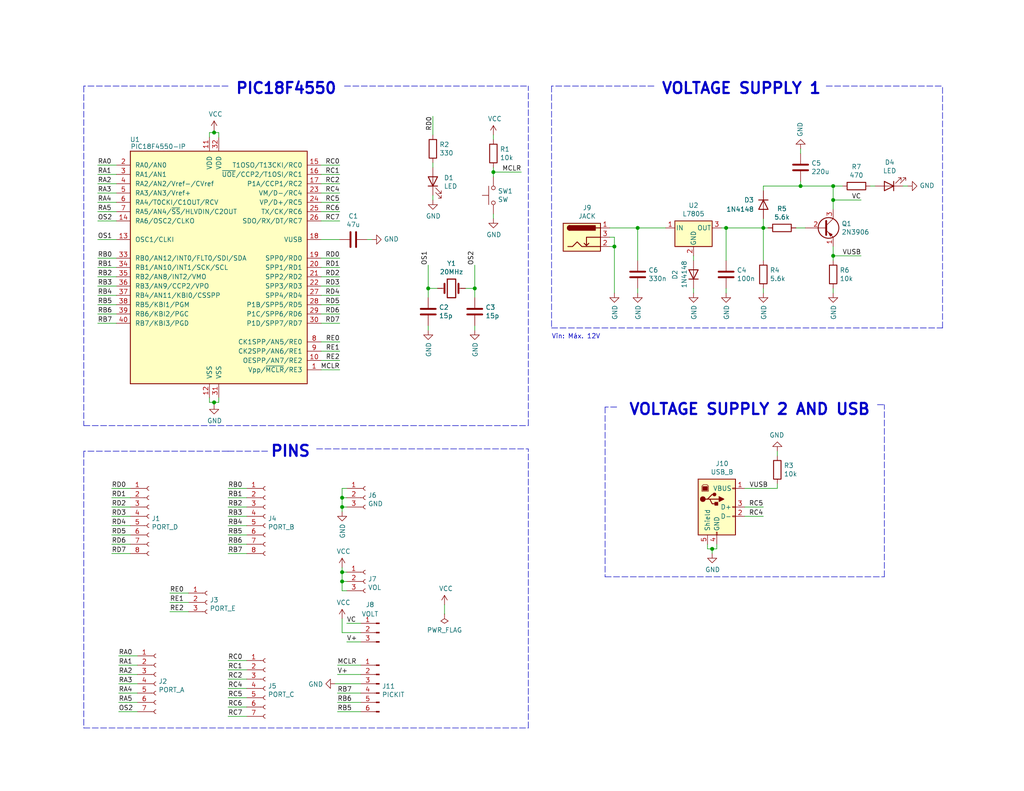
<source format=kicad_sch>
(kicad_sch (version 20211123) (generator eeschema)
  (paper "USLetter")
  (title_block (title "PIC18F4550") (date "2021-03-28") (rev "1.0") (company "Cristóbal Cuevas Lagos") (comment 1 "Programmer for PIC18F4550"))
  (lib_symbols
    (symbol "Connector:Barrel_Jack_Switch" (pin_names hide)
      (property "Reference" "J" (at 0 5.334 0))
      (property "Value" "Barrel_Jack_Switch" (at 0 -5.08 0))
      (symbol "Barrel_Jack_Switch_0_1"
        (rectangle (start -5.08 3.81) (end 5.08 -3.81) (stroke (width 0.254)) (fill (type background)))
        (arc (start -3.302 3.175) (mid -3.937 2.54) (end -3.302 1.905) (stroke (width 0.254)))
        (arc (start -3.302 3.175) (mid -3.937 2.54) (end -3.302 1.905) (stroke (width 0.254)) (fill (type outline)))
        (polyline (pts (xy 1.27 -2.286) (xy 1.905 -1.651)) (stroke (width 0.254)))
        (polyline (pts (xy 5.08 2.54) (xy 3.81 2.54)) (stroke (width 0.254)))
        (polyline (pts (xy 5.08 0) (xy 1.27 0) (xy 1.27 -2.286) (xy 0.635 -1.651)) (stroke (width 0.254)))
        (polyline (pts (xy -3.81 -2.54) (xy -2.54 -2.54) (xy -1.27 -1.27) (xy 0 -2.54) (xy 2.54 -2.54) (xy 5.08 -2.54)) (stroke (width 0.254)))
        (rectangle (start 3.683 3.175) (end -3.302 1.905) (stroke (width 0.254)) (fill (type outline)))
      )
      (symbol "Barrel_Jack_Switch_1_1"
        (pin passive line (at 7.62 2.54 180) (length 2.54) (name "~") (number "1"))
        (pin passive line (at 7.62 -2.54 180) (length 2.54) (name "~") (number "2"))
        (pin passive line (at 7.62 0 180) (length 2.54) (name "~") (number "3"))
      )
    )
    (symbol "Connector:Conn_01x03_Female" (pin_names (offset 1.016) hide)
      (property "Reference" "J" (at 0 5.08 0))
      (property "Value" "Conn_01x03_Female" (at 0 -5.08 0))
      (symbol "Conn_01x03_Female_1_1"
        (arc (start 0 -2.032) (mid -0.508 -2.54) (end 0 -3.048) (stroke (width 0.1524)))
        (polyline (pts (xy -1.27 -2.54) (xy -0.508 -2.54)) (stroke (width 0.1524)))
        (polyline (pts (xy -1.27 0) (xy -0.508 0)) (stroke (width 0.1524)))
        (polyline (pts (xy -1.27 2.54) (xy -0.508 2.54)) (stroke (width 0.1524)))
        (arc (start 0 0.508) (mid -0.508 0) (end 0 -0.508) (stroke (width 0.1524)))
        (arc (start 0 3.048) (mid -0.508 2.54) (end 0 2.032) (stroke (width 0.1524)))
        (pin passive line (at -5.08 2.54 0) (length 3.81) (name "Pin_1") (number "1"))
        (pin passive line (at -5.08 0 0) (length 3.81) (name "Pin_2") (number "2"))
        (pin passive line (at -5.08 -2.54 0) (length 3.81) (name "Pin_3") (number "3"))
      )
    )
    (symbol "Connector:Conn_01x03_Male" (pin_names (offset 1.016) hide)
      (property "Reference" "J" (at 0 5.08 0))
      (property "Value" "Conn_01x03_Male" (at 0 -5.08 0))
      (symbol "Conn_01x03_Male_1_1"
        (polyline (pts (xy 1.27 -2.54) (xy 0.8636 -2.54)) (stroke (width 0.1524)))
        (polyline (pts (xy 1.27 0) (xy 0.8636 0)) (stroke (width 0.1524)))
        (polyline (pts (xy 1.27 2.54) (xy 0.8636 2.54)) (stroke (width 0.1524)))
        (rectangle (start 0.8636 -2.413) (end 0 -2.667) (stroke (width 0.1524)) (fill (type outline)))
        (rectangle (start 0.8636 0.127) (end 0 -0.127) (stroke (width 0.1524)) (fill (type outline)))
        (rectangle (start 0.8636 2.667) (end 0 2.413) (stroke (width 0.1524)) (fill (type outline)))
        (pin passive line (at 5.08 2.54 180) (length 3.81) (name "Pin_1") (number "1"))
        (pin passive line (at 5.08 0 180) (length 3.81) (name "Pin_2") (number "2"))
        (pin passive line (at 5.08 -2.54 180) (length 3.81) (name "Pin_3") (number "3"))
      )
    )
    (symbol "Connector:Conn_01x06_Male" (pin_names (offset 1.016) hide)
      (property "Reference" "J" (at 0 7.62 0))
      (property "Value" "Conn_01x06_Male" (at 0 -10.16 0))
      (symbol "Conn_01x06_Male_1_1"
        (polyline (pts (xy 1.27 -7.62) (xy 0.8636 -7.62)) (stroke (width 0.1524)))
        (polyline (pts (xy 1.27 -5.08) (xy 0.8636 -5.08)) (stroke (width 0.1524)))
        (polyline (pts (xy 1.27 -2.54) (xy 0.8636 -2.54)) (stroke (width 0.1524)))
        (polyline (pts (xy 1.27 0) (xy 0.8636 0)) (stroke (width 0.1524)))
        (polyline (pts (xy 1.27 2.54) (xy 0.8636 2.54)) (stroke (width 0.1524)))
        (polyline (pts (xy 1.27 5.08) (xy 0.8636 5.08)) (stroke (width 0.1524)))
        (rectangle (start 0.8636 -7.493) (end 0 -7.747) (stroke (width 0.1524)) (fill (type outline)))
        (rectangle (start 0.8636 -4.953) (end 0 -5.207) (stroke (width 0.1524)) (fill (type outline)))
        (rectangle (start 0.8636 -2.413) (end 0 -2.667) (stroke (width 0.1524)) (fill (type outline)))
        (rectangle (start 0.8636 0.127) (end 0 -0.127) (stroke (width 0.1524)) (fill (type outline)))
        (rectangle (start 0.8636 2.667) (end 0 2.413) (stroke (width 0.1524)) (fill (type outline)))
        (rectangle (start 0.8636 5.207) (end 0 4.953) (stroke (width 0.1524)) (fill (type outline)))
        (pin passive line (at 5.08 5.08 180) (length 3.81) (name "Pin_1") (number "1"))
        (pin passive line (at 5.08 2.54 180) (length 3.81) (name "Pin_2") (number "2"))
        (pin passive line (at 5.08 0 180) (length 3.81) (name "Pin_3") (number "3"))
        (pin passive line (at 5.08 -2.54 180) (length 3.81) (name "Pin_4") (number "4"))
        (pin passive line (at 5.08 -5.08 180) (length 3.81) (name "Pin_5") (number "5"))
        (pin passive line (at 5.08 -7.62 180) (length 3.81) (name "Pin_6") (number "6"))
      )
    )
    (symbol "Connector:Conn_01x07_Female" (pin_names (offset 1.016) hide)
      (property "Reference" "J" (at 0 10.16 0))
      (property "Value" "Conn_01x07_Female" (at 0 -10.16 0))
      (symbol "Conn_01x07_Female_1_1"
        (arc (start 0 -7.112) (mid -0.508 -7.62) (end 0 -8.128) (stroke (width 0.1524)))
        (arc (start 0 -4.572) (mid -0.508 -5.08) (end 0 -5.588) (stroke (width 0.1524)))
        (arc (start 0 -2.032) (mid -0.508 -2.54) (end 0 -3.048) (stroke (width 0.1524)))
        (polyline (pts (xy -1.27 -7.62) (xy -0.508 -7.62)) (stroke (width 0.1524)))
        (polyline (pts (xy -1.27 -5.08) (xy -0.508 -5.08)) (stroke (width 0.1524)))
        (polyline (pts (xy -1.27 -2.54) (xy -0.508 -2.54)) (stroke (width 0.1524)))
        (polyline (pts (xy -1.27 0) (xy -0.508 0)) (stroke (width 0.1524)))
        (polyline (pts (xy -1.27 2.54) (xy -0.508 2.54)) (stroke (width 0.1524)))
        (polyline (pts (xy -1.27 5.08) (xy -0.508 5.08)) (stroke (width 0.1524)))
        (polyline (pts (xy -1.27 7.62) (xy -0.508 7.62)) (stroke (width 0.1524)))
        (arc (start 0 0.508) (mid -0.508 0) (end 0 -0.508) (stroke (width 0.1524)))
        (arc (start 0 3.048) (mid -0.508 2.54) (end 0 2.032) (stroke (width 0.1524)))
        (arc (start 0 5.588) (mid -0.508 5.08) (end 0 4.572) (stroke (width 0.1524)))
        (arc (start 0 8.128) (mid -0.508 7.62) (end 0 7.112) (stroke (width 0.1524)))
        (pin passive line (at -5.08 7.62 0) (length 3.81) (name "Pin_1") (number "1"))
        (pin passive line (at -5.08 5.08 0) (length 3.81) (name "Pin_2") (number "2"))
        (pin passive line (at -5.08 2.54 0) (length 3.81) (name "Pin_3") (number "3"))
        (pin passive line (at -5.08 0 0) (length 3.81) (name "Pin_4") (number "4"))
        (pin passive line (at -5.08 -2.54 0) (length 3.81) (name "Pin_5") (number "5"))
        (pin passive line (at -5.08 -5.08 0) (length 3.81) (name "Pin_6") (number "6"))
        (pin passive line (at -5.08 -7.62 0) (length 3.81) (name "Pin_7") (number "7"))
      )
    )
    (symbol "Connector:Conn_01x08_Female" (pin_names (offset 1.016) hide)
      (property "Reference" "J" (at 0 10.16 0))
      (property "Value" "Conn_01x08_Female" (at 0 -12.7 0))
      (symbol "Conn_01x08_Female_1_1"
        (arc (start 0 -9.652) (mid -0.508 -10.16) (end 0 -10.668) (stroke (width 0.1524)))
        (arc (start 0 -7.112) (mid -0.508 -7.62) (end 0 -8.128) (stroke (width 0.1524)))
        (arc (start 0 -4.572) (mid -0.508 -5.08) (end 0 -5.588) (stroke (width 0.1524)))
        (arc (start 0 -2.032) (mid -0.508 -2.54) (end 0 -3.048) (stroke (width 0.1524)))
        (polyline (pts (xy -1.27 -10.16) (xy -0.508 -10.16)) (stroke (width 0.1524)))
        (polyline (pts (xy -1.27 -7.62) (xy -0.508 -7.62)) (stroke (width 0.1524)))
        (polyline (pts (xy -1.27 -5.08) (xy -0.508 -5.08)) (stroke (width 0.1524)))
        (polyline (pts (xy -1.27 -2.54) (xy -0.508 -2.54)) (stroke (width 0.1524)))
        (polyline (pts (xy -1.27 0) (xy -0.508 0)) (stroke (width 0.1524)))
        (polyline (pts (xy -1.27 2.54) (xy -0.508 2.54)) (stroke (width 0.1524)))
        (polyline (pts (xy -1.27 5.08) (xy -0.508 5.08)) (stroke (width 0.1524)))
        (polyline (pts (xy -1.27 7.62) (xy -0.508 7.62)) (stroke (width 0.1524)))
        (arc (start 0 0.508) (mid -0.508 0) (end 0 -0.508) (stroke (width 0.1524)))
        (arc (start 0 3.048) (mid -0.508 2.54) (end 0 2.032) (stroke (width 0.1524)))
        (arc (start 0 5.588) (mid -0.508 5.08) (end 0 4.572) (stroke (width 0.1524)))
        (arc (start 0 8.128) (mid -0.508 7.62) (end 0 7.112) (stroke (width 0.1524)))
        (pin passive line (at -5.08 7.62 0) (length 3.81) (name "Pin_1") (number "1"))
        (pin passive line (at -5.08 5.08 0) (length 3.81) (name "Pin_2") (number "2"))
        (pin passive line (at -5.08 2.54 0) (length 3.81) (name "Pin_3") (number "3"))
        (pin passive line (at -5.08 0 0) (length 3.81) (name "Pin_4") (number "4"))
        (pin passive line (at -5.08 -2.54 0) (length 3.81) (name "Pin_5") (number "5"))
        (pin passive line (at -5.08 -5.08 0) (length 3.81) (name "Pin_6") (number "6"))
        (pin passive line (at -5.08 -7.62 0) (length 3.81) (name "Pin_7") (number "7"))
        (pin passive line (at -5.08 -10.16 0) (length 3.81) (name "Pin_8") (number "8"))
      )
    )
    (symbol "Connector:USB_B" (pin_names (offset 1.016))
      (property "Reference" "J" (at -5.08 11.43 0))
      (property "Value" "USB_B" (at -5.08 8.89 0))
      (symbol "USB_B_0_1"
        (rectangle (start -5.08 -7.62) (end 5.08 7.62) (stroke (width 0.254)) (fill (type background)))
        (circle (center -3.81 2.159) (radius 0.635) (stroke (width 0.254)) (fill (type outline)))
        (rectangle (start -3.81 5.588) (end -2.54 4.572) (fill (type outline)))
        (circle (center -0.635 3.429) (radius 0.381) (stroke (width 0.254)) (fill (type outline)))
        (rectangle (start -0.127 -7.62) (end 0.127 -6.858))
        (polyline (pts (xy -1.905 2.159) (xy 0.635 2.159)) (stroke (width 0.254)))
        (polyline (pts (xy -3.175 2.159) (xy -2.54 2.159) (xy -1.27 3.429) (xy -0.635 3.429)) (stroke (width 0.254)))
        (polyline (pts (xy -2.54 2.159) (xy -1.905 2.159) (xy -1.27 0.889) (xy 0 0.889)) (stroke (width 0.254)))
        (polyline (pts (xy 0.635 2.794) (xy 0.635 1.524) (xy 1.905 2.159) (xy 0.635 2.794)) (stroke (width 0.254)) (fill (type outline)))
        (polyline (pts (xy -4.064 4.318) (xy -2.286 4.318) (xy -2.286 5.715) (xy -2.667 6.096) (xy -3.683 6.096) (xy -4.064 5.715) (xy -4.064 4.318)))
        (rectangle (start 0.254 1.27) (end -0.508 0.508) (stroke (width 0.254)) (fill (type outline)))
        (rectangle (start 5.08 -2.667) (end 4.318 -2.413))
        (rectangle (start 5.08 -0.127) (end 4.318 0.127))
        (rectangle (start 5.08 4.953) (end 4.318 5.207))
      )
      (symbol "USB_B_1_1"
        (pin power_out line (at 7.62 5.08 180) (length 2.54) (name "VBUS") (number "1"))
        (pin bidirectional line (at 7.62 -2.54 180) (length 2.54) (name "D-") (number "2"))
        (pin bidirectional line (at 7.62 0 180) (length 2.54) (name "D+") (number "3"))
        (pin power_out line (at 0 -10.16 90) (length 2.54) (name "GND") (number "4"))
        (pin passive line (at -2.54 -10.16 90) (length 2.54) (name "Shield") (number "5"))
      )
    )
    (symbol "Device:C" (pin_numbers hide) (pin_names (offset 0.254))
      (property "Reference" "C" (at 0.635 2.54 0))
      (property "Value" "C" (at 0.635 -2.54 0))
      (symbol "C_0_1"
        (polyline (pts (xy -2.032 -0.762) (xy 2.032 -0.762)) (stroke (width 0.508)))
        (polyline (pts (xy -2.032 0.762) (xy 2.032 0.762)) (stroke (width 0.508)))
      )
      (symbol "C_1_1"
        (pin passive line (at 0 3.81 270) (length 2.794) (name "~") (number "1"))
        (pin passive line (at 0 -3.81 90) (length 2.794) (name "~") (number "2"))
      )
    )
    (symbol "Device:Crystal" (pin_numbers hide) (pin_names (offset 1.016) hide)
      (property "Reference" "Y" (at 0 3.81 0))
      (property "Value" "Crystal" (at 0 -3.81 0))
      (symbol "Crystal_0_1"
        (rectangle (start -1.143 2.54) (end 1.143 -2.54) (stroke (width 0.3048)))
        (polyline (pts (xy -2.54 0) (xy -1.905 0)))
        (polyline (pts (xy -1.905 -1.27) (xy -1.905 1.27)) (stroke (width 0.508)))
        (polyline (pts (xy 1.905 -1.27) (xy 1.905 1.27)) (stroke (width 0.508)))
        (polyline (pts (xy 2.54 0) (xy 1.905 0)))
      )
      (symbol "Crystal_1_1"
        (pin passive line (at -3.81 0 0) (length 1.27) (name "1") (number "1"))
        (pin passive line (at 3.81 0 180) (length 1.27) (name "2") (number "2"))
      )
    )
    (symbol "Device:LED" (pin_numbers hide) (pin_names (offset 1.016) hide)
      (property "Reference" "D" (at 0 2.54 0))
      (property "Value" "LED" (at 0 -2.54 0))
      (symbol "LED_0_1"
        (polyline (pts (xy -1.27 -1.27) (xy -1.27 1.27)) (stroke (width 0.254)))
        (polyline (pts (xy -1.27 0) (xy 1.27 0)))
        (polyline (pts (xy 1.27 -1.27) (xy 1.27 1.27) (xy -1.27 0) (xy 1.27 -1.27)) (stroke (width 0.254)))
        (polyline (pts (xy -3.048 -0.762) (xy -4.572 -2.286) (xy -3.81 -2.286) (xy -4.572 -2.286) (xy -4.572 -1.524)))
        (polyline (pts (xy -1.778 -0.762) (xy -3.302 -2.286) (xy -2.54 -2.286) (xy -3.302 -2.286) (xy -3.302 -1.524)))
      )
      (symbol "LED_1_1"
        (pin passive line (at -3.81 0 0) (length 2.54) (name "K") (number "1"))
        (pin passive line (at 3.81 0 180) (length 2.54) (name "A") (number "2"))
      )
    )
    (symbol "Device:R" (pin_numbers hide) (pin_names (offset 0))
      (property "Reference" "R" (at 2.032 0 90))
      (property "Value" "R" (at 0 0 90))
      (symbol "R_0_1"
        (rectangle (start -1.016 -2.54) (end 1.016 2.54) (stroke (width 0.254)))
      )
      (symbol "R_1_1"
        (pin passive line (at 0 3.81 270) (length 1.27) (name "~") (number "1"))
        (pin passive line (at 0 -3.81 90) (length 1.27) (name "~") (number "2"))
      )
    )
    (symbol "Diode:1N4148" (pin_numbers hide) (pin_names (offset 1.016) hide)
      (property "Reference" "D" (at 0 2.54 0))
      (property "Value" "1N4148" (at 0 -2.54 0))
      (symbol "1N4148_0_1"
        (polyline (pts (xy -1.27 1.27) (xy -1.27 -1.27)) (stroke (width 0.254)))
        (polyline (pts (xy 1.27 0) (xy -1.27 0)))
        (polyline (pts (xy 1.27 1.27) (xy 1.27 -1.27) (xy -1.27 0) (xy 1.27 1.27)) (stroke (width 0.254)))
      )
      (symbol "1N4148_1_1"
        (pin passive line (at -3.81 0 0) (length 2.54) (name "K") (number "1"))
        (pin passive line (at 3.81 0 180) (length 2.54) (name "A") (number "2"))
      )
    )
    (symbol "MCU_Microchip_PIC18:PIC18F4550-IP" (pin_names (offset 1.27))
      (property "Reference" "U" (at -22.86 33.02 0))
      (property "Value" "PIC18F4550-IP" (at 13.97 -33.02 0))
      (symbol "PIC18F4550-IP_0_1"
        (rectangle (start -24.13 31.75) (end 24.13 -31.75) (stroke (width 0.254)) (fill (type background)))
      )
      (symbol "PIC18F4550-IP_1_1"
        (pin input line (at 27.94 -27.94 180) (length 3.81) (name "Vpp/~{MCLR}/RE3") (number "1"))
        (pin bidirectional line (at 27.94 -25.4 180) (length 3.81) (name "OESPP/AN7/RE2") (number "10"))
        (pin power_in line (at -2.54 35.56 270) (length 3.81) (name "VDD") (number "11"))
        (pin power_in line (at -2.54 -35.56 90) (length 3.81) (name "VSS") (number "12"))
        (pin input line (at -27.94 7.62 0) (length 3.81) (name "OSC1/CLKI") (number "13"))
        (pin output line (at -27.94 12.7 0) (length 3.81) (name "RA6/OSC2/CLKO") (number "14"))
        (pin bidirectional line (at 27.94 27.94 180) (length 3.81) (name "T1OSO/T13CKI/RC0") (number "15"))
        (pin bidirectional line (at 27.94 25.4 180) (length 3.81) (name "~{UOE}/CCP2/T1OSI/RC1") (number "16"))
        (pin bidirectional line (at 27.94 22.86 180) (length 3.81) (name "P1A/CCP1/RC2") (number "17"))
        (pin bidirectional line (at 27.94 7.62 180) (length 3.81) (name "VUSB") (number "18"))
        (pin bidirectional line (at 27.94 2.54 180) (length 3.81) (name "SPP0/RD0") (number "19"))
        (pin bidirectional line (at -27.94 27.94 0) (length 3.81) (name "RA0/AN0") (number "2"))
        (pin bidirectional line (at 27.94 0 180) (length 3.81) (name "SPP1/RD1") (number "20"))
        (pin bidirectional line (at 27.94 -2.54 180) (length 3.81) (name "SPP2/RD2") (number "21"))
        (pin bidirectional line (at 27.94 -5.08 180) (length 3.81) (name "SPP3/RD3") (number "22"))
        (pin bidirectional line (at 27.94 20.32 180) (length 3.81) (name "VM/D-/RC4") (number "23"))
        (pin bidirectional line (at 27.94 17.78 180) (length 3.81) (name "VP/D+/RC5") (number "24"))
        (pin bidirectional line (at 27.94 15.24 180) (length 3.81) (name "TX/CK/RC6") (number "25"))
        (pin bidirectional line (at 27.94 12.7 180) (length 3.81) (name "SDO/RX/DT/RC7") (number "26"))
        (pin bidirectional line (at 27.94 -7.62 180) (length 3.81) (name "SPP4/RD4") (number "27"))
        (pin bidirectional line (at 27.94 -10.16 180) (length 3.81) (name "P1B/SPP5/RD5") (number "28"))
        (pin bidirectional line (at 27.94 -12.7 180) (length 3.81) (name "P1C/SPP6/RD6") (number "29"))
        (pin bidirectional line (at -27.94 25.4 0) (length 3.81) (name "RA1/AN1") (number "3"))
        (pin bidirectional line (at 27.94 -15.24 180) (length 3.81) (name "P1D/SPP7/RD7") (number "30"))
        (pin power_in line (at 0 -35.56 90) (length 3.81) (name "VSS") (number "31"))
        (pin power_in line (at 0 35.56 270) (length 3.81) (name "VDD") (number "32"))
        (pin bidirectional line (at -27.94 2.54 0) (length 3.81) (name "RB0/AN12/INT0/FLT0/SDI/SDA") (number "33"))
        (pin bidirectional line (at -27.94 0 0) (length 3.81) (name "RB1/AN10/INT1/SCK/SCL") (number "34"))
        (pin bidirectional line (at -27.94 -2.54 0) (length 3.81) (name "RB2/AN8/INT2/VMO") (number "35"))
        (pin bidirectional line (at -27.94 -5.08 0) (length 3.81) (name "RB3/AN9/CCP2/VPO") (number "36"))
        (pin bidirectional line (at -27.94 -7.62 0) (length 3.81) (name "RB4/AN11/KBI0/CSSPP") (number "37"))
        (pin bidirectional line (at -27.94 -10.16 0) (length 3.81) (name "RB5/KBI1/PGM") (number "38"))
        (pin bidirectional line (at -27.94 -12.7 0) (length 3.81) (name "RB6/KBI2/PGC") (number "39"))
        (pin bidirectional line (at -27.94 22.86 0) (length 3.81) (name "RA2/AN2/Vref-/CVref") (number "4"))
        (pin bidirectional line (at -27.94 -15.24 0) (length 3.81) (name "RB7/KBI3/PGD") (number "40"))
        (pin bidirectional line (at -27.94 20.32 0) (length 3.81) (name "RA3/AN3/Vref+") (number "5"))
        (pin bidirectional line (at -27.94 17.78 0) (length 3.81) (name "RA4/T0CKI/C1OUT/RCV") (number "6"))
        (pin bidirectional line (at -27.94 15.24 0) (length 3.81) (name "RA5/AN4/~{SS}/HLVDIN/C2OUT") (number "7"))
        (pin bidirectional line (at 27.94 -20.32 180) (length 3.81) (name "CK1SPP/AN5/RE0") (number "8"))
        (pin bidirectional line (at 27.94 -22.86 180) (length 3.81) (name "CK2SPP/AN6/RE1") (number "9"))
      )
    )
    (symbol "Regulator_Linear:L7805" (pin_names (offset 0.254))
      (property "Reference" "U" (at -3.81 3.175 0))
      (property "Value" "L7805" (at 0 3.175 0))
      (symbol "L7805_0_1"
        (rectangle (start -5.08 1.905) (end 5.08 -5.08) (stroke (width 0.254)) (fill (type background)))
      )
      (symbol "L7805_1_1"
        (pin power_in line (at -7.62 0 0) (length 2.54) (name "IN") (number "1"))
        (pin power_in line (at 0 -7.62 90) (length 2.54) (name "GND") (number "2"))
        (pin power_out line (at 7.62 0 180) (length 2.54) (name "OUT") (number "3"))
      )
    )
    (symbol "Switch:SW_Push" (pin_numbers hide) (pin_names (offset 1.016) hide)
      (property "Reference" "SW" (at 1.27 2.54 0))
      (property "Value" "SW_Push" (at 0 -1.524 0))
      (symbol "SW_Push_0_1"
        (circle (center -2.032 0) (radius 0.508))
        (polyline (pts (xy 0 1.27) (xy 0 3.048)))
        (polyline (pts (xy 2.54 1.27) (xy -2.54 1.27)))
        (circle (center 2.032 0) (radius 0.508))
        (pin passive line (at -5.08 0 0) (length 2.54) (name "1") (number "1"))
        (pin passive line (at 5.08 0 180) (length 2.54) (name "2") (number "2"))
      )
    )
    (symbol "Transistor_BJT:2N3906" (pin_names (offset 0) hide)
      (property "Reference" "Q" (at 5.08 1.905 0))
      (property "Value" "2N3906" (at 5.08 0 0))
      (symbol "2N3906_0_1"
        (polyline (pts (xy 0.635 0.635) (xy 2.54 2.54)))
        (polyline (pts (xy 0.635 -0.635) (xy 2.54 -2.54) (xy 2.54 -2.54)))
        (polyline (pts (xy 0.635 1.905) (xy 0.635 -1.905) (xy 0.635 -1.905)) (stroke (width 0.508)))
        (polyline (pts (xy 2.286 -1.778) (xy 1.778 -2.286) (xy 1.27 -1.27) (xy 2.286 -1.778) (xy 2.286 -1.778)) (fill (type outline)))
        (circle (center 1.27 0) (radius 2.8194) (stroke (width 0.254)))
      )
      (symbol "2N3906_1_1"
        (pin passive line (at 2.54 -5.08 90) (length 2.54) (name "E") (number "1"))
        (pin input line (at -5.08 0 0) (length 5.715) (name "B") (number "2"))
        (pin passive line (at 2.54 5.08 270) (length 2.54) (name "C") (number "3"))
      )
    )
    (symbol "power:GND" (power) (pin_names (offset 0))
      (property "Value" "GND" (at 0 -3.81 0))
      (symbol "GND_0_1"
        (polyline (pts (xy 0 0) (xy 0 -1.27) (xy 1.27 -1.27) (xy 0 -2.54) (xy -1.27 -1.27) (xy 0 -1.27)))
      )
      (symbol "GND_1_1"
        (pin power_in line (at 0 0 270) (length 0) hide (name "GND") (number "1"))
      )
    )
    (symbol "power:PWR_FLAG" (power) (pin_numbers hide) (pin_names (offset 0) hide)
      (property "Value" "PWR_FLAG" (at 0 3.81 0))
      (symbol "PWR_FLAG_0_0"
        (pin power_out line (at 0 0 90) (length 0) (name "pwr") (number "1"))
      )
      (symbol "PWR_FLAG_0_1"
        (polyline (pts (xy 0 0) (xy 0 1.27) (xy -1.016 1.905) (xy 0 2.54) (xy 1.016 1.905) (xy 0 1.27)))
      )
    )
    (symbol "power:VCC" (power) (pin_names (offset 0))
      (property "Value" "VCC" (at 0 3.81 0))
      (symbol "VCC_0_1"
        (polyline (pts (xy -0.762 1.27) (xy 0 2.54)))
        (polyline (pts (xy 0 0) (xy 0 2.54)))
        (polyline (pts (xy 0 2.54) (xy 0.762 1.27)))
      )
      (symbol "VCC_1_1"
        (pin power_in line (at 0 0 90) (length 0) hide (name "VCC") (number "1"))
      )
    )
  )
  (junction (at 58.42 36.195))
  (junction (at 116.84 78.74))
  (junction (at 93.345 135.89))
  (junction (at 93.345 138.43))
  (junction (at 134.62 46.99))
  (junction (at 167.64 67.31))
  (junction (at 173.99 62.23))
  (junction (at 93.345 156.21))
  (junction (at 227.33 50.8))
  (junction (at 129.54 78.74))
  (junction (at 93.345 158.75))
  (junction (at 227.33 69.85))
  (junction (at 58.42 109.855))
  (junction (at 208.28 62.23))
  (junction (at 218.44 50.8))
  (junction (at 198.12 62.23))
  (junction (at 227.33 54.61))
  (junction (at 194.31 149.86))
  (wire (pts (xy 92.075 191.77) (xy 98.425 191.77)))
  (wire (pts (xy 167.64 64.77) (xy 167.64 67.31)))
  (wire (pts (xy 87.63 55.245) (xy 92.71 55.245)))
  (wire (pts (xy 87.63 50.165) (xy 92.71 50.165)))
  (wire (pts (xy 238.76 50.8) (xy 237.49 50.8)))
  (wire (pts (xy 26.67 73.025) (xy 31.75 73.025)))
  (wire (pts (xy 67.31 187.96) (xy 62.23 187.96)))
  (polyline (pts (xy 144.145 116.205) (xy 144.145 23.495)))
  (wire (pts (xy 198.12 62.23) (xy 198.12 71.12)))
  (wire (pts (xy 166.37 67.31) (xy 167.64 67.31)))
  (wire (pts (xy 35.56 140.97) (xy 30.48 140.97)))
  (wire (pts (xy 193.04 149.86) (xy 194.31 149.86)))
  (wire (pts (xy 94.615 175.26) (xy 98.425 175.26)))
  (wire (pts (xy 198.12 78.74) (xy 198.12 80.01)))
  (wire (pts (xy 173.99 62.23) (xy 173.99 71.12)))
  (wire (pts (xy 87.63 73.025) (xy 92.71 73.025)))
  (wire (pts (xy 58.42 35.56) (xy 58.42 36.195)))
  (wire (pts (xy 208.28 52.07) (xy 208.28 50.8)))
  (wire (pts (xy 35.56 138.43) (xy 30.48 138.43)))
  (wire (pts (xy 93.345 138.43) (xy 93.345 139.7)))
  (polyline (pts (xy 178.435 23.495) (xy 150.495 23.495)))
  (wire (pts (xy 26.67 50.165) (xy 31.75 50.165)))
  (wire (pts (xy 62.23 133.35) (xy 67.31 133.35)))
  (wire (pts (xy 26.67 45.085) (xy 31.75 45.085)))
  (wire (pts (xy 67.31 180.34) (xy 62.23 180.34)))
  (wire (pts (xy 32.385 194.31) (xy 37.465 194.31)))
  (polyline (pts (xy 225.425 23.495) (xy 257.175 23.495)))
  (polyline (pts (xy 22.86 198.755) (xy 144.145 198.755)))
  (wire (pts (xy 94.615 138.43) (xy 93.345 138.43)))
  (wire (pts (xy 87.63 75.565) (xy 92.71 75.565)))
  (wire (pts (xy 87.63 65.405) (xy 92.583 65.405)))
  (wire (pts (xy 234.95 54.61) (xy 227.33 54.61)))
  (wire (pts (xy 194.31 151.13) (xy 194.31 149.86)))
  (wire (pts (xy 87.63 83.185) (xy 92.71 83.185)))
  (wire (pts (xy 62.23 143.51) (xy 67.31 143.51)))
  (wire (pts (xy 212.09 123.19) (xy 212.09 124.46)))
  (wire (pts (xy 62.23 148.59) (xy 67.31 148.59)))
  (polyline (pts (xy 150.495 23.495) (xy 150.495 89.535)))
  (wire (pts (xy 134.62 48.26) (xy 134.62 46.99)))
  (wire (pts (xy 189.23 78.74) (xy 189.23 80.01)))
  (wire (pts (xy 118.11 44.45) (xy 118.11 45.72)))
  (polyline (pts (xy 22.86 116.205) (xy 144.145 116.205)))
  (polyline (pts (xy 86.36 122.555) (xy 144.145 122.555)))
  (wire (pts (xy 87.63 70.485) (xy 92.71 70.485)))
  (polyline (pts (xy 168.275 111.125) (xy 165.1 111.125)))
  (wire (pts (xy 35.56 135.89) (xy 30.48 135.89)))
  (wire (pts (xy 116.84 72.39) (xy 116.84 78.74)))
  (wire (pts (xy 26.67 70.485) (xy 31.75 70.485)))
  (wire (pts (xy 218.44 49.53) (xy 218.44 50.8)))
  (wire (pts (xy 87.63 60.325) (xy 92.71 60.325)))
  (wire (pts (xy 26.67 52.705) (xy 31.75 52.705)))
  (wire (pts (xy 127 78.74) (xy 129.54 78.74)))
  (wire (pts (xy 26.67 55.245) (xy 31.75 55.245)))
  (wire (pts (xy 26.67 60.325) (xy 31.75 60.325)))
  (wire (pts (xy 94.615 158.75) (xy 93.345 158.75)))
  (polyline (pts (xy 22.86 23.495) (xy 22.86 116.205)))
  (wire (pts (xy 58.42 109.855) (xy 59.69 109.855)))
  (wire (pts (xy 173.99 62.23) (xy 181.61 62.23)))
  (wire (pts (xy 57.15 108.585) (xy 57.15 109.855)))
  (wire (pts (xy 129.54 78.74) (xy 129.54 81.28)))
  (wire (pts (xy 32.385 186.69) (xy 37.465 186.69)))
  (wire (pts (xy 208.28 59.69) (xy 208.28 62.23)))
  (wire (pts (xy 227.33 54.61) (xy 227.33 57.15)))
  (wire (pts (xy 208.28 78.74) (xy 208.28 80.01)))
  (wire (pts (xy 92.075 194.31) (xy 98.425 194.31)))
  (wire (pts (xy 217.17 62.23) (xy 219.71 62.23)))
  (wire (pts (xy 32.385 184.15) (xy 37.465 184.15)))
  (wire (pts (xy 26.67 65.405) (xy 31.75 65.405)))
  (polyline (pts (xy 241.3 157.48) (xy 241.3 110.49)))
  (wire (pts (xy 67.31 193.04) (xy 62.23 193.04)))
  (wire (pts (xy 32.385 181.61) (xy 37.465 181.61)))
  (wire (pts (xy 57.15 36.195) (xy 58.42 36.195)))
  (wire (pts (xy 67.31 185.42) (xy 62.23 185.42)))
  (wire (pts (xy 98.425 172.72) (xy 93.345 172.72)))
  (wire (pts (xy 62.23 135.89) (xy 67.31 135.89)))
  (wire (pts (xy 118.11 31.75) (xy 118.11 36.83)))
  (wire (pts (xy 101.473 65.405) (xy 100.203 65.405)))
  (wire (pts (xy 116.84 81.28) (xy 116.84 78.74)))
  (wire (pts (xy 218.44 50.8) (xy 227.33 50.8)))
  (wire (pts (xy 59.69 36.195) (xy 59.69 37.465)))
  (wire (pts (xy 87.63 57.785) (xy 92.71 57.785)))
  (wire (pts (xy 166.37 64.77) (xy 167.64 64.77)))
  (wire (pts (xy 116.84 88.9) (xy 116.84 90.17)))
  (wire (pts (xy 212.09 132.08) (xy 212.09 133.35)))
  (polyline (pts (xy 62.23 123.19) (xy 73.025 123.19)))
  (wire (pts (xy 35.56 148.59) (xy 30.48 148.59)))
  (wire (pts (xy 92.075 189.23) (xy 98.425 189.23)))
  (wire (pts (xy 227.33 50.8) (xy 227.33 54.61)))
  (wire (pts (xy 26.67 80.645) (xy 31.75 80.645)))
  (wire (pts (xy 203.2 138.43) (xy 208.28 138.43)))
  (wire (pts (xy 87.63 45.085) (xy 92.71 45.085)))
  (wire (pts (xy 26.67 78.105) (xy 31.75 78.105)))
  (wire (pts (xy 87.63 78.105) (xy 92.71 78.105)))
  (polyline (pts (xy 239.395 110.49) (xy 241.3 110.49)))
  (wire (pts (xy 203.2 133.35) (xy 212.09 133.35)))
  (polyline (pts (xy 150.495 89.535) (xy 257.175 89.535)))
  (wire (pts (xy 26.67 85.725) (xy 31.75 85.725)))
  (wire (pts (xy 87.63 52.705) (xy 92.71 52.705)))
  (wire (pts (xy 227.33 67.31) (xy 227.33 69.85)))
  (wire (pts (xy 93.345 158.75) (xy 93.345 161.29)))
  (wire (pts (xy 93.345 161.29) (xy 94.615 161.29)))
  (wire (pts (xy 58.42 36.195) (xy 59.69 36.195)))
  (wire (pts (xy 67.31 182.88) (xy 62.23 182.88)))
  (wire (pts (xy 93.345 133.35) (xy 93.345 135.89)))
  (wire (pts (xy 134.62 58.42) (xy 134.62 59.69)))
  (wire (pts (xy 227.33 78.74) (xy 227.33 80.01)))
  (polyline (pts (xy 62.23 23.495) (xy 22.86 23.495)))
  (wire (pts (xy 208.28 62.23) (xy 208.28 71.12)))
  (wire (pts (xy 26.67 57.785) (xy 31.75 57.785)))
  (wire (pts (xy 129.54 72.39) (xy 129.54 78.74)))
  (wire (pts (xy 62.23 146.05) (xy 67.31 146.05)))
  (wire (pts (xy 196.85 62.23) (xy 198.12 62.23)))
  (wire (pts (xy 193.04 148.59) (xy 193.04 149.86)))
  (wire (pts (xy 229.87 50.8) (xy 227.33 50.8)))
  (wire (pts (xy 208.28 50.8) (xy 218.44 50.8)))
  (wire (pts (xy 51.435 161.925) (xy 46.355 161.925)))
  (polyline (pts (xy 165.1 157.48) (xy 241.3 157.48)))
  (wire (pts (xy 93.345 156.21) (xy 93.345 158.75)))
  (wire (pts (xy 35.56 133.35) (xy 30.48 133.35)))
  (wire (pts (xy 209.55 62.23) (xy 208.28 62.23)))
  (wire (pts (xy 32.385 191.77) (xy 37.465 191.77)))
  (wire (pts (xy 59.69 109.855) (xy 59.69 108.585)))
  (wire (pts (xy 218.44 40.64) (xy 218.44 41.91)))
  (wire (pts (xy 94.615 170.18) (xy 98.425 170.18)))
  (wire (pts (xy 87.63 80.645) (xy 92.71 80.645)))
  (wire (pts (xy 98.425 184.15) (xy 92.075 184.15)))
  (wire (pts (xy 87.63 85.725) (xy 92.71 85.725)))
  (wire (pts (xy 195.58 149.86) (xy 195.58 148.59)))
  (wire (pts (xy 26.67 47.625) (xy 31.75 47.625)))
  (wire (pts (xy 32.385 179.07) (xy 37.465 179.07)))
  (wire (pts (xy 26.67 83.185) (xy 31.75 83.185)))
  (wire (pts (xy 51.435 167.005) (xy 46.355 167.005)))
  (wire (pts (xy 51.435 164.465) (xy 46.355 164.465)))
  (wire (pts (xy 134.62 46.99) (xy 134.62 45.72)))
  (wire (pts (xy 87.63 93.345) (xy 92.71 93.345)))
  (wire (pts (xy 92.075 181.61) (xy 98.425 181.61)))
  (wire (pts (xy 87.63 47.625) (xy 92.71 47.625)))
  (wire (pts (xy 194.31 149.86) (xy 195.58 149.86)))
  (polyline (pts (xy 62.23 123.19) (xy 22.86 123.19)))
  (wire (pts (xy 173.99 78.74) (xy 173.99 80.01)))
  (wire (pts (xy 118.11 53.34) (xy 118.11 54.61)))
  (wire (pts (xy 26.67 88.265) (xy 31.75 88.265)))
  (wire (pts (xy 189.23 69.85) (xy 189.23 71.12)))
  (wire (pts (xy 87.63 98.425) (xy 92.71 98.425)))
  (wire (pts (xy 87.63 100.965) (xy 92.71 100.965)))
  (wire (pts (xy 62.23 140.97) (xy 67.31 140.97)))
  (wire (pts (xy 35.56 146.05) (xy 30.48 146.05)))
  (wire (pts (xy 94.615 133.35) (xy 93.345 133.35)))
  (polyline (pts (xy 165.1 111.125) (xy 165.1 157.48)))
  (wire (pts (xy 87.63 95.885) (xy 92.71 95.885)))
  (wire (pts (xy 94.615 156.21) (xy 93.345 156.21)))
  (wire (pts (xy 227.33 69.85) (xy 227.33 71.12)))
  (wire (pts (xy 198.12 62.23) (xy 208.28 62.23)))
  (wire (pts (xy 142.24 46.99) (xy 134.62 46.99)))
  (wire (pts (xy 94.615 135.89) (xy 93.345 135.89)))
  (wire (pts (xy 35.56 151.13) (xy 30.48 151.13)))
  (wire (pts (xy 62.23 138.43) (xy 67.31 138.43)))
  (wire (pts (xy 121.285 165.1) (xy 121.285 167.64)))
  (wire (pts (xy 62.23 151.13) (xy 67.31 151.13)))
  (wire (pts (xy 57.15 109.855) (xy 58.42 109.855)))
  (wire (pts (xy 203.2 140.97) (xy 208.28 140.97)))
  (polyline (pts (xy 22.86 123.19) (xy 22.86 198.755)))
  (wire (pts (xy 167.64 67.31) (xy 167.64 80.01)))
  (wire (pts (xy 93.345 172.72) (xy 93.345 168.91)))
  (wire (pts (xy 35.56 143.51) (xy 30.48 143.51)))
  (wire (pts (xy 32.385 189.23) (xy 37.465 189.23)))
  (wire (pts (xy 57.15 37.465) (xy 57.15 36.195)))
  (wire (pts (xy 87.63 88.265) (xy 92.71 88.265)))
  (wire (pts (xy 116.84 78.74) (xy 119.38 78.74)))
  (wire (pts (xy 26.67 75.565) (xy 31.75 75.565)))
  (wire (pts (xy 93.345 154.94) (xy 93.345 156.21)))
  (wire (pts (xy 234.95 69.85) (xy 227.33 69.85)))
  (wire (pts (xy 129.54 88.9) (xy 129.54 90.17)))
  (wire (pts (xy 247.65 50.8) (xy 246.38 50.8)))
  (polyline (pts (xy 93.98 23.495) (xy 144.145 23.495)))
  (wire (pts (xy 91.44 186.69) (xy 98.425 186.69)))
  (wire (pts (xy 67.31 190.5) (xy 62.23 190.5)))
  (wire (pts (xy 134.62 36.83) (xy 134.62 38.1)))
  (wire (pts (xy 166.37 62.23) (xy 173.99 62.23)))
  (wire (pts (xy 67.31 195.58) (xy 62.23 195.58)))
  (wire (pts (xy 58.42 110.49) (xy 58.42 109.855)))
  (polyline (pts (xy 144.145 198.755) (xy 144.145 122.555)))
  (polyline (pts (xy 257.175 89.535) (xy 257.175 23.495)))
  (wire (pts (xy 93.345 135.89) (xy 93.345 138.43)))
  (text "PINS" (at 73.66 125.095 0) (effects (font (size 2.9972 2.9972) (thickness 0.5994) bold) (justify left bottom)))
  (text "Vin: Máx. 12V" (at 150.495 92.71 0) (effects (font (size 1.27 1.27)) (justify left bottom)))
  (text "VOLTAGE SUPPLY 1" (at 180.34 26.035 0) (effects (font (size 2.9972 2.9972) (thickness 0.5994) bold) (justify left bottom)))
  (text "VOLTAGE SUPPLY 2 AND USB" (at 171.45 113.665 0) (effects (font (size 2.9972 2.9972) (thickness 0.5994) bold) (justify left bottom)))
  (text "PIC18F4550" (at 64.135 26.035 0) (effects (font (size 2.9972 2.9972) (thickness 0.5994) bold) (justify left bottom)))
  (label "RB6" (at 26.67 85.725 0))
  (label "RE2" (at 46.355 167.005 0))
  (label "RD6" (at 30.48 148.59 0))
  (label "MCLR" (at 92.075 181.61 0))
  (label "RD1" (at 30.48 135.89 0))
  (label "RB7" (at 62.23 151.13 0))
  (label "RC1" (at 92.71 47.625 180))
  (label "RC4" (at 92.71 52.705 180))
  (label "RD2" (at 30.48 138.43 0))
  (label "RE0" (at 92.71 93.345 180))
  (label "VC" (at 234.95 54.61 180))
  (label "VC" (at 94.615 170.18 0))
  (label "RD4" (at 92.71 80.645 180))
  (label "RB1" (at 26.67 73.025 0))
  (label "RC0" (at 92.71 45.085 180))
  (label "RD0" (at 92.71 70.485 180))
  (label "RA1" (at 26.67 47.625 0))
  (label "RB7" (at 26.67 88.265 0))
  (label "RE0" (at 46.355 161.925 0))
  (label "RB4" (at 26.67 80.645 0))
  (label "RC5" (at 92.71 55.245 180))
  (label "RA1" (at 32.385 181.61 0))
  (label "V+" (at 92.075 184.15 0))
  (label "RD1" (at 92.71 73.025 180))
  (label "RD3" (at 30.48 140.97 0))
  (label "OS1" (at 26.67 65.405 0))
  (label "RC7" (at 62.23 195.58 0))
  (label "RA0" (at 26.67 45.085 0))
  (label "RA2" (at 26.67 50.165 0))
  (label "VUSB" (at 234.95 69.85 180))
  (label "RC7" (at 92.71 60.325 180))
  (label "V+" (at 94.615 175.26 0))
  (label "RC1" (at 62.23 182.88 0))
  (label "RC2" (at 62.23 185.42 0))
  (label "RD2" (at 92.71 75.565 180))
  (label "RB5" (at 92.075 194.31 0))
  (label "RE1" (at 92.71 95.885 180))
  (label "RD7" (at 92.71 88.265 180))
  (label "RB6" (at 62.23 148.59 0))
  (label "RB2" (at 62.23 138.43 0))
  (label "RB3" (at 62.23 140.97 0))
  (label "OS2" (at 129.54 72.39 90))
  (label "RD3" (at 92.71 78.105 180))
  (label "RC6" (at 62.23 193.04 0))
  (label "RC5" (at 62.23 190.5 0))
  (label "RD5" (at 92.71 83.185 180))
  (label "RA4" (at 26.67 55.245 0))
  (label "MCLR" (at 142.24 46.99 180))
  (label "RA4" (at 32.385 189.23 0))
  (label "RB0" (at 26.67 70.485 0))
  (label "RB1" (at 62.23 135.89 0))
  (label "RB6" (at 92.075 191.77 0))
  (label "MCLR" (at 92.71 100.965 180))
  (label "RE2" (at 92.71 98.425 180))
  (label "RA5" (at 32.385 191.77 0))
  (label "RC2" (at 92.71 50.165 180))
  (label "RB3" (at 26.67 78.105 0))
  (label "RD7" (at 30.48 151.13 0))
  (label "RD4" (at 30.48 143.51 0))
  (label "RB4" (at 62.23 143.51 0))
  (label "OS1" (at 116.84 72.39 90))
  (label "RD5" (at 30.48 146.05 0))
  (label "RB5" (at 26.67 83.185 0))
  (label "RD0" (at 30.48 133.35 0))
  (label "RA3" (at 26.67 52.705 0))
  (label "RB7" (at 92.075 189.23 0))
  (label "VUSB" (at 209.55 133.35 180))
  (label "OS2" (at 26.67 60.325 0))
  (label "RC5" (at 208.28 138.43 180))
  (label "RC4" (at 62.23 187.96 0))
  (label "RD6" (at 92.71 85.725 180))
  (label "RA2" (at 32.385 184.15 0))
  (label "RE1" (at 46.355 164.465 0))
  (label "RA5" (at 26.67 57.785 0))
  (label "RA3" (at 32.385 186.69 0))
  (label "RC0" (at 62.23 180.34 0))
  (label "RB2" (at 26.67 75.565 0))
  (label "RD0" (at 118.11 31.75 270))
  (label "RB5" (at 62.23 146.05 0))
  (label "RA0" (at 32.385 179.07 0))
  (label "RC4" (at 208.28 140.97 180))
  (label "OS2" (at 32.385 194.31 0))
  (label "RC6" (at 92.71 57.785 180))
  (label "RB0" (at 62.23 133.35 0))
  (symbol (lib_id "MCU_Microchip_PIC18:PIC18F4550-IP") (at 59.69 73.025 0) (unit 1)
    (property "Reference" "U1" (at 36.83 38.1 0))
    (property "Value" "PIC18F4550-IP" (at 43.18 40.005 0))
    (property "Footprint" "Package_DIP:DIP-40_W15.24mm" (effects hide))
    (property "Datasheet" "http://ww1.microchip.com/downloads/en/DeviceDoc/39760d.pdf" (effects hide))
  )
  (symbol (lib_id "Connector:Conn_01x06_Male") (at 103.505 186.69 0) (mirror y) (unit 1)
    (property "Reference" "J11" (at 104.2162 187.3504 0) (effects (justify right)))
    (property "Value" "PICKIT" (at 104.2162 189.6618 0) (effects (justify right)))
    (property "Footprint" "Connector_PinHeader_2.54mm:PinHeader_1x06_P2.54mm_Vertical" (effects hide))
  )
  (symbol (lib_id "power:VCC") (at 58.42 35.56 0) (unit 1)
    (property "Reference" "#PWR0101" (effects hide))
    (property "Value" "VCC" (at 58.801 31.1658 0))
  )
  (symbol (lib_id "power:GND") (at 58.42 110.49 0) (unit 1)
    (property "Reference" "#PWR0102" (effects hide))
    (property "Value" "GND" (at 58.547 114.8842 0))
  )
  (symbol (lib_id "Connector:Conn_01x08_Female") (at 40.64 140.97 0) (unit 1)
    (property "Reference" "J1" (at 41.3512 141.5796 0) (effects (justify left)))
    (property "Value" "PORT_D" (at 41.3512 143.891 0) (effects (justify left)))
    (property "Footprint" "Connector_PinSocket_2.54mm:PinSocket_1x08_P2.54mm_Vertical" (effects hide))
  )
  (symbol (lib_id "Connector:Conn_01x07_Female") (at 42.545 186.69 0) (unit 1)
    (property "Reference" "J2" (at 43.2562 186.0296 0) (effects (justify left)))
    (property "Value" "PORT_A" (at 43.2562 188.341 0) (effects (justify left)))
    (property "Footprint" "Connector_PinSocket_2.54mm:PinSocket_1x07_P2.54mm_Vertical" (effects hide))
  )
  (symbol (lib_id "Connector:Conn_01x08_Female") (at 72.39 140.97 0) (unit 1)
    (property "Reference" "J4" (at 73.1012 141.5796 0) (effects (justify left)))
    (property "Value" "PORT_B" (at 73.1012 143.891 0) (effects (justify left)))
    (property "Footprint" "Connector_PinSocket_2.54mm:PinSocket_1x08_P2.54mm_Vertical" (effects hide))
  )
  (symbol (lib_id "Connector:Conn_01x07_Female") (at 72.39 187.96 0) (unit 1)
    (property "Reference" "J5" (at 73.1012 187.2996 0) (effects (justify left)))
    (property "Value" "PORT_C" (at 73.1012 189.611 0) (effects (justify left)))
    (property "Footprint" "Connector_PinSocket_2.54mm:PinSocket_1x07_P2.54mm_Vertical" (effects hide))
  )
  (symbol (lib_id "Connector:Conn_01x03_Female") (at 56.515 164.465 0) (unit 1)
    (property "Reference" "J3" (at 57.2262 163.8046 0) (effects (justify left)))
    (property "Value" "PORT_E" (at 57.2262 166.116 0) (effects (justify left)))
    (property "Footprint" "Connector_PinSocket_2.54mm:PinSocket_1x03_P2.54mm_Vertical" (effects hide))
  )
  (symbol (lib_id "Device:C") (at 173.99 74.93 0) (unit 1)
    (property "Reference" "C6" (at 176.911 73.7616 0) (effects (justify left)))
    (property "Value" "330n" (at 176.911 76.073 0) (effects (justify left)))
    (property "Footprint" "Capacitor_THT:C_Disc_D3.8mm_W2.6mm_P2.50mm" (effects hide))
  )
  (symbol (lib_id "power:GND") (at 173.99 80.01 0) (unit 1)
    (property "Reference" "#PWR0123" (effects hide))
    (property "Value" "GND" (at 174.117 83.2612 90) (effects (justify right)))
  )
  (symbol (lib_id "Device:R") (at 134.62 41.91 0) (unit 1)
    (property "Reference" "R1" (at 136.398 40.7416 0) (effects (justify left)))
    (property "Value" "10k" (at 136.398 43.053 0) (effects (justify left)))
    (property "Footprint" "Resistor_THT:R_Axial_DIN0207_L6.3mm_D2.5mm_P7.62mm_Horizontal" (effects hide))
  )
  (symbol (lib_id "Device:Crystal") (at 123.19 78.74 0) (unit 1)
    (property "Reference" "Y1" (at 123.19 71.9328 0))
    (property "Value" "20MHz" (at 123.19 74.2442 0))
    (property "Footprint" "Crystal:Crystal_HC50_Vertical" (effects hide))
  )
  (symbol (lib_id "Connector:USB_B") (at 195.58 138.43 0) (unit 1)
    (property "Reference" "J10" (at 197.0278 126.5682 0))
    (property "Value" "USB_B" (at 197.0278 128.8796 0))
    (property "Footprint" "Connector_USB:USB_B_OST_USB-B1HSxx_Horizontal" (effects hide))
    (property "Datasheet" " ~" (effects hide))
  )
  (symbol (lib_id "Transistor_BJT:2N3906") (at 224.79 62.23 0) (unit 1)
    (property "Reference" "Q1" (at 229.616 61.0616 0) (effects (justify left)))
    (property "Value" "2N3906" (at 229.616 63.373 0) (effects (justify left)))
    (property "Footprint" "Package_TO_SOT_THT:TO-92_Inline" (effects hide))
    (property "Datasheet" "https://www.onsemi.com/pub/Collateral/2N3906-D.PDF" (effects hide))
  )
  (symbol (lib_id "Regulator_Linear:L7805") (at 189.23 62.23 0) (unit 1)
    (property "Reference" "U2" (at 189.23 56.0832 0))
    (property "Value" "L7805" (at 189.23 58.3946 0))
    (property "Footprint" "Package_TO_SOT_THT:TO-220-3_Vertical" (effects hide))
    (property "Datasheet" "http://www.st.com/content/ccc/resource/technical/document/datasheet/41/4f/b3/b0/12/d4/47/88/CD00000444.pdf/files/CD00000444.pdf/jcr:content/translations/en.CD00000444.pdf" (effects hide))
  )
  (symbol (lib_id "Device:LED") (at 118.11 49.53 90) (unit 1)
    (property "Reference" "D1" (at 121.1072 48.5394 90) (effects (justify right)))
    (property "Value" "LED" (at 121.1072 50.8508 90) (effects (justify right)))
    (property "Footprint" "LED_THT:LED_D5.0mm" (effects hide))
  )
  (symbol (lib_id "Diode:1N4148") (at 189.23 74.93 90) (unit 1)
    (property "Reference" "D2" (at 184.15 73.66 0) (effects (justify right)))
    (property "Value" "1N4148" (at 186.69 71.12 0) (effects (justify right)))
    (property "Footprint" "Diode_THT:D_DO-35_SOD27_P7.62mm_Horizontal" (effects hide))
    (property "Datasheet" "https://assets.nexperia.com/documents/data-sheet/1N4148_1N4448.pdf" (effects hide))
  )
  (symbol (lib_id "Switch:SW_Push") (at 134.62 53.34 90) (unit 1)
    (property "Reference" "SW1" (at 135.8392 52.1716 90) (effects (justify right)))
    (property "Value" "SW" (at 135.8392 54.483 90) (effects (justify right)))
    (property "Footprint" "Button_Switch_THT:SW_PUSH_6mm" (effects hide))
  )
  (symbol (lib_id "power:GND") (at 134.62 59.69 0) (unit 1)
    (property "Reference" "#PWR0103" (effects hide))
    (property "Value" "GND" (at 134.747 64.0842 0))
  )
  (symbol (lib_id "Device:C") (at 96.393 65.405 270) (unit 1)
    (property "Reference" "C1" (at 96.393 59.0042 90))
    (property "Value" "47u" (at 96.393 61.3156 90))
    (property "Footprint" "Capacitor_THT:CP_Radial_D6.3mm_P2.50mm" (effects hide))
  )
  (symbol (lib_id "power:GND") (at 101.473 65.405 90) (unit 1)
    (property "Reference" "#PWR0104" (effects hide))
    (property "Value" "GND" (at 104.7242 65.278 90) (effects (justify right)))
  )
  (symbol (lib_id "Device:C") (at 116.84 85.09 0) (unit 1)
    (property "Reference" "C2" (at 119.761 83.9216 0) (effects (justify left)))
    (property "Value" "15p" (at 119.761 86.233 0) (effects (justify left)))
    (property "Footprint" "Capacitor_THT:C_Disc_D3.8mm_W2.6mm_P2.50mm" (effects hide))
  )
  (symbol (lib_id "Device:C") (at 129.54 85.09 0) (unit 1)
    (property "Reference" "C3" (at 132.461 83.9216 0) (effects (justify left)))
    (property "Value" "15p" (at 132.461 86.233 0) (effects (justify left)))
    (property "Footprint" "Capacitor_THT:C_Disc_D3.8mm_W2.6mm_P2.50mm" (effects hide))
  )
  (symbol (lib_id "Device:R") (at 118.11 40.64 0) (unit 1)
    (property "Reference" "R2" (at 119.888 39.4716 0) (effects (justify left)))
    (property "Value" "330" (at 119.888 41.783 0) (effects (justify left)))
    (property "Footprint" "Resistor_THT:R_Axial_DIN0207_L6.3mm_D2.5mm_P7.62mm_Horizontal" (effects hide))
  )
  (symbol (lib_id "power:GND") (at 118.11 54.61 0) (unit 1)
    (property "Reference" "#PWR0105" (effects hide))
    (property "Value" "GND" (at 118.237 59.0042 0))
  )
  (symbol (lib_id "power:GND") (at 194.31 151.13 0) (unit 1)
    (property "Reference" "#PWR0106" (effects hide))
    (property "Value" "GND" (at 194.437 155.5242 0))
  )
  (symbol (lib_id "Device:R") (at 212.09 128.27 0) (unit 1)
    (property "Reference" "R3" (at 213.868 127.1016 0) (effects (justify left)))
    (property "Value" "10k" (at 213.868 129.413 0) (effects (justify left)))
    (property "Footprint" "Resistor_THT:R_Axial_DIN0207_L6.3mm_D2.5mm_P7.62mm_Horizontal" (effects hide))
  )
  (symbol (lib_id "power:GND") (at 212.09 123.19 180) (unit 1)
    (property "Reference" "#PWR0107" (effects hide))
    (property "Value" "GND" (at 211.963 118.7958 0))
  )
  (symbol (lib_id "power:GND") (at 91.44 186.69 270) (unit 1)
    (property "Reference" "#PWR0108" (effects hide))
    (property "Value" "GND" (at 88.1888 186.817 90) (effects (justify right)))
  )
  (symbol (lib_id "power:GND") (at 116.84 90.17 0) (unit 1)
    (property "Reference" "#PWR0109" (effects hide))
    (property "Value" "GND" (at 116.967 93.4212 90) (effects (justify right)))
  )
  (symbol (lib_id "power:GND") (at 129.54 90.17 0) (unit 1)
    (property "Reference" "#PWR0110" (effects hide))
    (property "Value" "GND" (at 129.667 93.4212 90) (effects (justify right)))
  )
  (symbol (lib_id "power:GND") (at 189.23 80.01 0) (unit 1)
    (property "Reference" "#PWR0111" (effects hide))
    (property "Value" "GND" (at 189.357 83.2612 90) (effects (justify right)))
  )
  (symbol (lib_id "Device:C") (at 198.12 74.93 0) (unit 1)
    (property "Reference" "C4" (at 201.041 73.7616 0) (effects (justify left)))
    (property "Value" "100n" (at 201.041 76.073 0) (effects (justify left)))
    (property "Footprint" "Capacitor_THT:C_Disc_D3.8mm_W2.6mm_P2.50mm" (effects hide))
  )
  (symbol (lib_id "Device:R") (at 208.28 74.93 0) (unit 1)
    (property "Reference" "R4" (at 210.058 73.7616 0) (effects (justify left)))
    (property "Value" "5.6k" (at 210.058 76.073 0) (effects (justify left)))
    (property "Footprint" "Resistor_THT:R_Axial_DIN0207_L6.3mm_D2.5mm_P7.62mm_Horizontal" (effects hide))
  )
  (symbol (lib_id "Device:R") (at 213.36 62.23 270) (unit 1)
    (property "Reference" "R5" (at 213.36 56.9722 90))
    (property "Value" "5.6k" (at 213.36 59.2836 90))
    (property "Footprint" "Resistor_THT:R_Axial_DIN0207_L6.3mm_D2.5mm_P7.62mm_Horizontal" (effects hide))
  )
  (symbol (lib_id "Device:R") (at 227.33 74.93 0) (unit 1)
    (property "Reference" "R6" (at 229.108 73.7616 0) (effects (justify left)))
    (property "Value" "10k" (at 229.108 76.073 0) (effects (justify left)))
    (property "Footprint" "Resistor_THT:R_Axial_DIN0207_L6.3mm_D2.5mm_P7.62mm_Horizontal" (effects hide))
  )
  (symbol (lib_id "power:GND") (at 208.28 80.01 0) (unit 1)
    (property "Reference" "#PWR0112" (effects hide))
    (property "Value" "GND" (at 208.407 83.2612 90) (effects (justify right)))
  )
  (symbol (lib_id "power:GND") (at 198.12 80.01 0) (unit 1)
    (property "Reference" "#PWR0113" (effects hide))
    (property "Value" "GND" (at 198.247 83.2612 90) (effects (justify right)))
  )
  (symbol (lib_id "Diode:1N4148") (at 208.28 55.88 270) (unit 1)
    (property "Reference" "D3" (at 205.74 54.61 90) (effects (justify right)))
    (property "Value" "1N4148" (at 205.74 57.15 90) (effects (justify right)))
    (property "Footprint" "Diode_THT:D_DO-35_SOD27_P7.62mm_Horizontal" (effects hide))
    (property "Datasheet" "https://assets.nexperia.com/documents/data-sheet/1N4148_1N4448.pdf" (effects hide))
  )
  (symbol (lib_id "power:GND") (at 227.33 80.01 0) (unit 1)
    (property "Reference" "#PWR0114" (effects hide))
    (property "Value" "GND" (at 227.457 83.2612 90) (effects (justify right)))
  )
  (symbol (lib_id "Device:C") (at 218.44 45.72 0) (unit 1)
    (property "Reference" "C5" (at 221.361 44.5516 0) (effects (justify left)))
    (property "Value" "220u" (at 221.361 46.863 0) (effects (justify left)))
    (property "Footprint" "Capacitor_THT:CP_Radial_D10.0mm_P2.50mm" (effects hide))
  )
  (symbol (lib_id "power:GND") (at 218.44 40.64 180) (unit 1)
    (property "Reference" "#PWR0115" (effects hide))
    (property "Value" "GND" (at 218.313 37.3888 90) (effects (justify right)))
  )
  (symbol (lib_id "Device:R") (at 233.68 50.8 270) (unit 1)
    (property "Reference" "R7" (at 233.68 45.5422 90))
    (property "Value" "470" (at 233.68 47.8536 90))
    (property "Footprint" "Resistor_THT:R_Axial_DIN0207_L6.3mm_D2.5mm_P7.62mm_Horizontal" (effects hide))
  )
  (symbol (lib_id "Device:LED") (at 242.57 50.8 180) (unit 1)
    (property "Reference" "D4" (at 242.7478 44.323 0))
    (property "Value" "LED" (at 242.7478 46.6344 0))
    (property "Footprint" "LED_THT:LED_D5.0mm" (effects hide))
  )
  (symbol (lib_id "power:GND") (at 247.65 50.8 90) (unit 1)
    (property "Reference" "#PWR0116" (effects hide))
    (property "Value" "GND" (at 250.9012 50.673 90) (effects (justify right)))
  )
  (symbol (lib_id "Connector:Conn_01x03_Female") (at 99.695 135.89 0) (unit 1)
    (property "Reference" "J6" (at 100.4062 135.2296 0) (effects (justify left)))
    (property "Value" "GND" (at 100.4062 137.541 0) (effects (justify left)))
    (property "Footprint" "Connector_PinSocket_2.54mm:PinSocket_1x03_P2.54mm_Vertical" (effects hide))
  )
  (symbol (lib_id "Connector:Conn_01x03_Female") (at 99.695 158.75 0) (unit 1)
    (property "Reference" "J7" (at 100.4062 158.0896 0) (effects (justify left)))
    (property "Value" "VOL" (at 100.4062 160.401 0) (effects (justify left)))
    (property "Footprint" "Connector_PinSocket_2.54mm:PinSocket_1x03_P2.54mm_Vertical" (effects hide))
  )
  (symbol (lib_id "power:VCC") (at 93.345 154.94 0) (unit 1)
    (property "Reference" "#PWR0117" (effects hide))
    (property "Value" "VCC" (at 93.726 150.5458 0))
  )
  (symbol (lib_id "power:GND") (at 93.345 139.7 0) (unit 1)
    (property "Reference" "#PWR0118" (effects hide))
    (property "Value" "GND" (at 93.472 142.9512 90) (effects (justify right)))
  )
  (symbol (lib_id "Connector:Conn_01x03_Male") (at 103.505 172.72 0) (mirror y) (unit 1)
    (property "Reference" "J8" (at 100.965 165.1 0))
    (property "Value" "VOLT" (at 100.965 167.64 0))
    (property "Footprint" "Connector_PinHeader_2.54mm:PinHeader_1x03_P2.54mm_Vertical" (effects hide))
  )
  (symbol (lib_id "power:VCC") (at 93.345 168.91 0) (unit 1)
    (property "Reference" "#PWR0119" (effects hide))
    (property "Value" "VCC" (at 93.726 164.5158 0))
  )
  (symbol (lib_id "power:VCC") (at 134.62 36.83 0) (unit 1)
    (property "Reference" "#PWR0120" (effects hide))
    (property "Value" "VCC" (at 135.001 32.4358 0))
  )
  (symbol (lib_id "Connector:Barrel_Jack_Switch") (at 158.75 64.77 0) (unit 1)
    (property "Reference" "J9" (at 160.1978 56.7182 0))
    (property "Value" "JACK" (at 160.1978 59.0296 0))
    (property "Footprint" "Connector_BarrelJack:BarrelJack_Horizontal" (effects hide))
  )
  (symbol (lib_id "power:GND") (at 167.64 80.01 0) (unit 1)
    (property "Reference" "#PWR0121" (effects hide))
    (property "Value" "GND" (at 167.767 83.2612 90) (effects (justify right)))
  )
  (symbol (lib_id "power:VCC") (at 121.285 165.1 0) (unit 1)
    (property "Reference" "#PWR0122" (effects hide))
    (property "Value" "VCC" (at 121.666 160.7058 0))
  )
  (symbol (lib_id "power:PWR_FLAG") (at 121.285 167.64 180) (unit 1)
    (property "Reference" "#FLG0101" (effects hide))
    (property "Value" "PWR_FLAG" (at 121.285 172.0342 0))
  )
)
</source>
